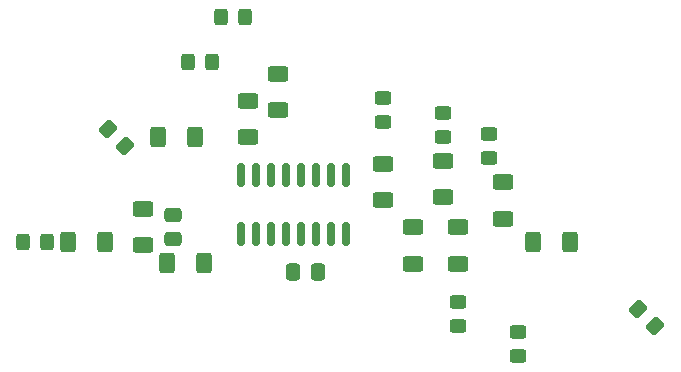
<source format=gbr>
%TF.GenerationSoftware,KiCad,Pcbnew,8.0.6+1*%
%TF.CreationDate,2024-12-11T00:22:32+00:00*%
%TF.ProjectId,Dino-Blinker,44696e6f-2d42-46c6-996e-6b65722e6b69,rev?*%
%TF.SameCoordinates,Original*%
%TF.FileFunction,Paste,Top*%
%TF.FilePolarity,Positive*%
%FSLAX46Y46*%
G04 Gerber Fmt 4.6, Leading zero omitted, Abs format (unit mm)*
G04 Created by KiCad (PCBNEW 8.0.6+1) date 2024-12-11 00:22:32*
%MOMM*%
%LPD*%
G01*
G04 APERTURE LIST*
G04 Aperture macros list*
%AMRoundRect*
0 Rectangle with rounded corners*
0 $1 Rounding radius*
0 $2 $3 $4 $5 $6 $7 $8 $9 X,Y pos of 4 corners*
0 Add a 4 corners polygon primitive as box body*
4,1,4,$2,$3,$4,$5,$6,$7,$8,$9,$2,$3,0*
0 Add four circle primitives for the rounded corners*
1,1,$1+$1,$2,$3*
1,1,$1+$1,$4,$5*
1,1,$1+$1,$6,$7*
1,1,$1+$1,$8,$9*
0 Add four rect primitives between the rounded corners*
20,1,$1+$1,$2,$3,$4,$5,0*
20,1,$1+$1,$4,$5,$6,$7,0*
20,1,$1+$1,$6,$7,$8,$9,0*
20,1,$1+$1,$8,$9,$2,$3,0*%
G04 Aperture macros list end*
%ADD10RoundRect,0.250000X0.625000X-0.400000X0.625000X0.400000X-0.625000X0.400000X-0.625000X-0.400000X0*%
%ADD11RoundRect,0.250000X0.400000X0.625000X-0.400000X0.625000X-0.400000X-0.625000X0.400000X-0.625000X0*%
%ADD12RoundRect,0.250000X0.475000X-0.337500X0.475000X0.337500X-0.475000X0.337500X-0.475000X-0.337500X0*%
%ADD13RoundRect,0.250000X0.548008X0.088388X0.088388X0.548008X-0.548008X-0.088388X-0.088388X-0.548008X0*%
%ADD14RoundRect,0.250000X-0.450000X0.325000X-0.450000X-0.325000X0.450000X-0.325000X0.450000X0.325000X0*%
%ADD15RoundRect,0.250000X-0.325000X-0.450000X0.325000X-0.450000X0.325000X0.450000X-0.325000X0.450000X0*%
%ADD16RoundRect,0.250000X-0.625000X0.400000X-0.625000X-0.400000X0.625000X-0.400000X0.625000X0.400000X0*%
%ADD17RoundRect,0.250000X-0.400000X-0.625000X0.400000X-0.625000X0.400000X0.625000X-0.400000X0.625000X0*%
%ADD18RoundRect,0.250000X0.337500X0.475000X-0.337500X0.475000X-0.337500X-0.475000X0.337500X-0.475000X0*%
%ADD19RoundRect,0.150000X-0.150000X0.825000X-0.150000X-0.825000X0.150000X-0.825000X0.150000X0.825000X0*%
%ADD20RoundRect,0.250000X-0.548008X-0.088388X-0.088388X-0.548008X0.548008X0.088388X0.088388X0.548008X0*%
%ADD21RoundRect,0.250000X0.325000X0.450000X-0.325000X0.450000X-0.325000X-0.450000X0.325000X-0.450000X0*%
G04 APERTURE END LIST*
D10*
%TO.C,R12*%
X125730000Y-104420000D03*
X125730000Y-101320000D03*
%TD*%
D11*
%TO.C,R4*%
X130100000Y-95250000D03*
X127000000Y-95250000D03*
%TD*%
D10*
%TO.C,R7*%
X137160000Y-92990000D03*
X137160000Y-89890000D03*
%TD*%
D12*
%TO.C,C1*%
X128270000Y-103907500D03*
X128270000Y-101832500D03*
%TD*%
D13*
%TO.C,D4*%
X124194784Y-95974784D03*
X122745216Y-94525216D03*
%TD*%
D14*
%TO.C,D9*%
X146050000Y-91930000D03*
X146050000Y-93980000D03*
%TD*%
D15*
%TO.C,D7*%
X132325000Y-85090000D03*
X134375000Y-85090000D03*
%TD*%
D10*
%TO.C,R6*%
X134620000Y-95250000D03*
X134620000Y-92150000D03*
%TD*%
D14*
%TO.C,D10*%
X151130000Y-93200000D03*
X151130000Y-95250000D03*
%TD*%
D16*
%TO.C,R1*%
X152400000Y-102870000D03*
X152400000Y-105970000D03*
%TD*%
D10*
%TO.C,R9*%
X146050000Y-100610000D03*
X146050000Y-97510000D03*
%TD*%
D14*
%TO.C,D1*%
X157480000Y-111760000D03*
X157480000Y-113810000D03*
%TD*%
D17*
%TO.C,R11*%
X127757841Y-105912863D03*
X130857841Y-105912863D03*
%TD*%
D14*
%TO.C,D8*%
X155000000Y-94975000D03*
X155000000Y-97025000D03*
%TD*%
D16*
%TO.C,R2*%
X148590000Y-102870000D03*
X148590000Y-105970000D03*
%TD*%
D14*
%TO.C,D2*%
X152400000Y-109220000D03*
X152400000Y-111270000D03*
%TD*%
D18*
%TO.C,C2*%
X140505000Y-106680000D03*
X138430000Y-106680000D03*
%TD*%
D17*
%TO.C,R3*%
X158750000Y-104140000D03*
X161850000Y-104140000D03*
%TD*%
D10*
%TO.C,R10*%
X151130000Y-100330000D03*
X151130000Y-97230000D03*
%TD*%
D15*
%TO.C,D6*%
X129540000Y-88900000D03*
X131590000Y-88900000D03*
%TD*%
D19*
%TO.C,IC1*%
X142875000Y-98490000D03*
X141605000Y-98490000D03*
X140335000Y-98490000D03*
X139065000Y-98490000D03*
X137795000Y-98490000D03*
X136525000Y-98490000D03*
X135255000Y-98490000D03*
X133985000Y-98490000D03*
X133985000Y-103440000D03*
X135255000Y-103440000D03*
X136525000Y-103440000D03*
X137795000Y-103440000D03*
X139065000Y-103440000D03*
X140335000Y-103440000D03*
X141605000Y-103440000D03*
X142875000Y-103440000D03*
%TD*%
D11*
%TO.C,R5*%
X122480000Y-104140000D03*
X119380000Y-104140000D03*
%TD*%
D10*
%TO.C,R8*%
X156210000Y-102160000D03*
X156210000Y-99060000D03*
%TD*%
D20*
%TO.C,D3*%
X167640000Y-109765216D03*
X169089568Y-111214784D03*
%TD*%
D21*
%TO.C,D5*%
X117620000Y-104140000D03*
X115570000Y-104140000D03*
%TD*%
M02*

</source>
